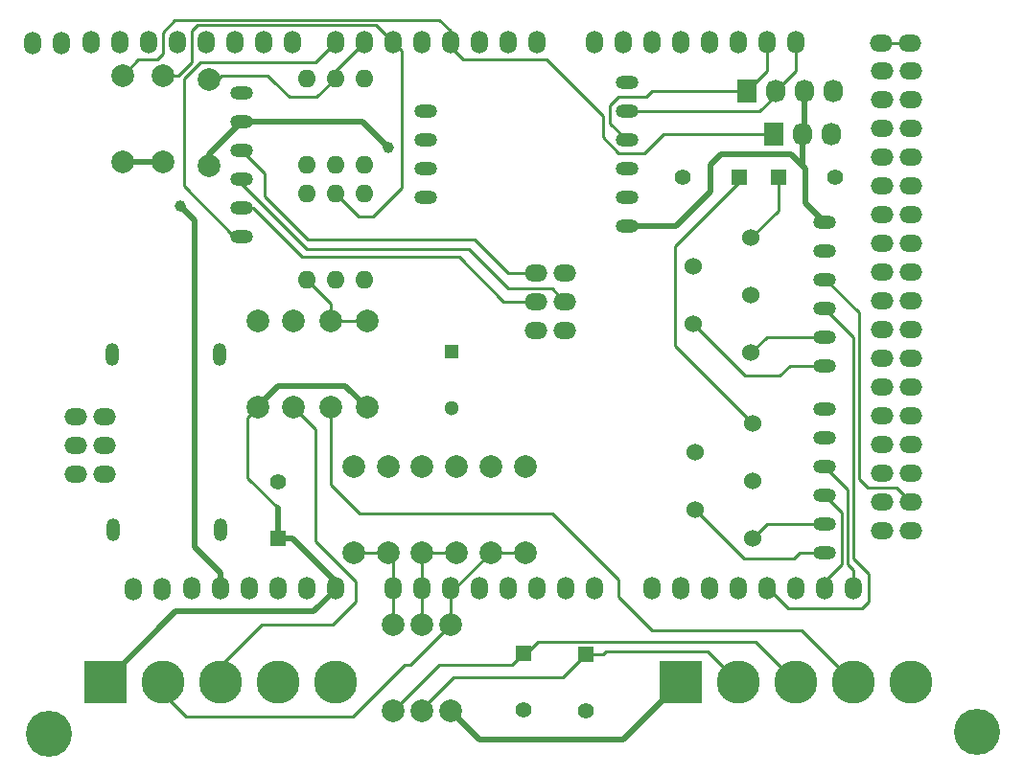
<source format=gtl>
G04 #@! TF.FileFunction,Copper,L1,Top,Signal*
%FSLAX46Y46*%
G04 Gerber Fmt 4.6, Leading zero omitted, Abs format (unit mm)*
G04 Created by KiCad (PCBNEW 4.0.6) date Thursday, 23 November 2017 'AMt' 10:57:14*
%MOMM*%
%LPD*%
G01*
G04 APERTURE LIST*
%ADD10C,0.100000*%
%ADD11R,1.300000X1.300000*%
%ADD12C,1.300000*%
%ADD13R,1.400000X1.400000*%
%ADD14C,1.400000*%
%ADD15O,1.600000X1.600000*%
%ADD16C,3.810000*%
%ADD17R,3.810000X3.810000*%
%ADD18C,1.524000*%
%ADD19C,1.998980*%
%ADD20O,2.000000X1.200000*%
%ADD21C,4.064000*%
%ADD22O,1.200000X2.000000*%
%ADD23O,2.000000X1.500000*%
%ADD24O,1.500000X2.000000*%
%ADD25O,2.000000X1.524000*%
%ADD26O,1.524000X2.000000*%
%ADD27R,1.727200X2.032000*%
%ADD28O,1.727200X2.032000*%
%ADD29C,1.000000*%
%ADD30C,0.500000*%
%ADD31C,0.250000*%
G04 APERTURE END LIST*
D10*
D11*
X129667000Y-77470000D03*
D12*
X129667000Y-82470000D03*
D13*
X114300000Y-93980000D03*
D14*
X114300000Y-88980000D03*
D13*
X158496000Y-62103000D03*
D14*
X163496000Y-62103000D03*
D13*
X155067000Y-62103000D03*
D14*
X150067000Y-62103000D03*
D15*
X116840000Y-71120000D03*
X119380000Y-71120000D03*
X121920000Y-71120000D03*
X121920000Y-63500000D03*
X119380000Y-63500000D03*
X116840000Y-63500000D03*
X116840000Y-60960000D03*
X119380000Y-60960000D03*
X121920000Y-60960000D03*
X121920000Y-53340000D03*
X119380000Y-53340000D03*
X116840000Y-53340000D03*
D16*
X154940000Y-106680000D03*
X160020000Y-106680000D03*
D17*
X149860000Y-106680000D03*
D16*
X165100000Y-106680000D03*
X170180000Y-106680000D03*
X104140000Y-106680000D03*
X109220000Y-106680000D03*
D17*
X99060000Y-106680000D03*
D16*
X114300000Y-106680000D03*
X119380000Y-106680000D03*
D18*
X156210000Y-93980000D03*
X151130000Y-91440000D03*
X156210000Y-88900000D03*
X151130000Y-86360000D03*
X156210000Y-83820000D03*
X156083000Y-77597000D03*
X151003000Y-75057000D03*
X156083000Y-72517000D03*
X151003000Y-69977000D03*
X156083000Y-67437000D03*
D19*
X129540000Y-101600000D03*
X129540000Y-109220000D03*
X133096000Y-87630000D03*
X133096000Y-95250000D03*
X127000000Y-101600000D03*
X127000000Y-109220000D03*
X127000000Y-87630000D03*
X127000000Y-95250000D03*
X124460000Y-101600000D03*
X124460000Y-109220000D03*
X124079000Y-87630000D03*
X124079000Y-95250000D03*
X118999000Y-74803000D03*
X118999000Y-82423000D03*
X115697000Y-74803000D03*
X115697000Y-82423000D03*
X104140000Y-60706000D03*
X104140000Y-53086000D03*
X108204000Y-61087000D03*
X108204000Y-53467000D03*
D20*
X111090000Y-54600000D03*
X111090000Y-57140000D03*
X111090000Y-59680000D03*
X111090000Y-62220000D03*
X111090000Y-64760000D03*
X111090000Y-67300000D03*
X162560000Y-95250000D03*
X162560000Y-92710000D03*
X162560000Y-90170000D03*
X162560000Y-87630000D03*
X162560000Y-85090000D03*
X162560000Y-82550000D03*
X162560000Y-78740000D03*
X162560000Y-76200000D03*
X162560000Y-73660000D03*
X162560000Y-71120000D03*
X162560000Y-68580000D03*
X162560000Y-66040000D03*
D19*
X136144000Y-87630000D03*
X136144000Y-95250000D03*
X130048000Y-87630000D03*
X130048000Y-95250000D03*
X121031000Y-87630000D03*
X121031000Y-95250000D03*
D13*
X141478000Y-104267000D03*
D14*
X141478000Y-109267000D03*
D13*
X136017000Y-104140000D03*
D14*
X136017000Y-109140000D03*
D19*
X122174000Y-74803000D03*
X122174000Y-82423000D03*
X112522000Y-74803000D03*
X112522000Y-82423000D03*
D21*
X94107000Y-111252000D03*
X176022000Y-111125000D03*
D22*
X99695000Y-77718000D03*
X109195000Y-77718000D03*
X99740000Y-93238000D03*
X109265000Y-93238000D03*
D20*
X145126000Y-53711000D03*
X127346000Y-56251000D03*
X127346000Y-58791000D03*
X127346000Y-61331000D03*
X127346000Y-63871000D03*
X145126000Y-56251000D03*
X145126000Y-58791000D03*
X145126000Y-61331000D03*
X145126000Y-63871000D03*
X145126000Y-66411000D03*
D23*
X170180000Y-93345000D03*
X170180000Y-90805000D03*
X170180000Y-88265000D03*
X170180000Y-85725000D03*
X170180000Y-83185000D03*
X170180000Y-80645000D03*
X170180000Y-78105000D03*
X170180000Y-57785000D03*
X170180000Y-60325000D03*
X170180000Y-62865000D03*
X170180000Y-65405000D03*
X170180000Y-67945000D03*
X170180000Y-70485000D03*
X170180000Y-73025000D03*
X170180000Y-75565000D03*
X170180000Y-55245000D03*
X170180000Y-52705000D03*
X167640000Y-52705000D03*
X167640000Y-55245000D03*
X167640000Y-75565000D03*
X167640000Y-73025000D03*
X167640000Y-70485000D03*
X167640000Y-67945000D03*
X167640000Y-65405000D03*
X167640000Y-62865000D03*
X167640000Y-60325000D03*
X167640000Y-57785000D03*
X167640000Y-78105000D03*
X167640000Y-80645000D03*
X167640000Y-83185000D03*
X167640000Y-85725000D03*
X167640000Y-88265000D03*
X167640000Y-90805000D03*
X167640000Y-93345000D03*
D24*
X97790000Y-50165000D03*
X100330000Y-50165000D03*
X102870000Y-50165000D03*
X106680000Y-98425000D03*
X105410000Y-50165000D03*
X109220000Y-98425000D03*
X107950000Y-50165000D03*
X111760000Y-98425000D03*
X110490000Y-50165000D03*
X114300000Y-98425000D03*
X113030000Y-50165000D03*
X116840000Y-98425000D03*
X115570000Y-50165000D03*
X119380000Y-98425000D03*
X119380000Y-50165000D03*
X124460000Y-98425000D03*
X121920000Y-50165000D03*
X127000000Y-98425000D03*
X124460000Y-50165000D03*
X129540000Y-98425000D03*
X127000000Y-50165000D03*
X132080000Y-98425000D03*
X129540000Y-50165000D03*
X134620000Y-98425000D03*
X132080000Y-50165000D03*
X137160000Y-98425000D03*
X134620000Y-50165000D03*
X139700000Y-98425000D03*
X137160000Y-50165000D03*
X142240000Y-98425000D03*
X142240000Y-50165000D03*
X147320000Y-98425000D03*
X144780000Y-50165000D03*
X149860000Y-98425000D03*
X147320000Y-50165000D03*
X152400000Y-98425000D03*
X149860000Y-50165000D03*
X154940000Y-98425000D03*
X152400000Y-50165000D03*
X157480000Y-98425000D03*
X154940000Y-50165000D03*
X160020000Y-98425000D03*
X157480000Y-50165000D03*
X162560000Y-98425000D03*
X160020000Y-50165000D03*
X165100000Y-98425000D03*
D25*
X139690000Y-70520000D03*
X137150000Y-70520000D03*
X137150000Y-73060000D03*
X139690000Y-73060000D03*
X137150000Y-75600000D03*
X139690000Y-75600000D03*
X99050000Y-88300000D03*
X96510000Y-88300000D03*
X96510000Y-85760000D03*
X99050000Y-85760000D03*
X99050000Y-83220000D03*
X96510000Y-83220000D03*
D26*
X95240000Y-50200000D03*
X92700000Y-50200000D03*
D25*
X167630000Y-50200000D03*
X170170000Y-50200000D03*
D24*
X104130000Y-98460000D03*
X101590000Y-98460000D03*
D27*
X158115000Y-58293000D03*
D28*
X160655000Y-58293000D03*
X163195000Y-58293000D03*
D27*
X155702000Y-54483000D03*
D28*
X158242000Y-54483000D03*
X160782000Y-54483000D03*
X163322000Y-54483000D03*
D19*
X100584000Y-53086000D03*
X100584000Y-60706000D03*
D29*
X124079000Y-59436000D03*
X105664000Y-64643000D03*
D30*
X109210000Y-93380000D02*
X109255000Y-93380000D01*
X129540000Y-109220000D02*
X132080000Y-111760000D01*
X144780000Y-111760000D02*
X149860000Y-106680000D01*
X132080000Y-111760000D02*
X144780000Y-111760000D01*
X112522000Y-82423000D02*
X112522000Y-82296000D01*
X112522000Y-82296000D02*
X114300000Y-80518000D01*
X120269000Y-80518000D02*
X122174000Y-82423000D01*
X114300000Y-80518000D02*
X120269000Y-80518000D01*
X114300000Y-93980000D02*
X114300000Y-91313000D01*
D31*
X111633000Y-83312000D02*
X112522000Y-82423000D01*
X111633000Y-88646000D02*
X111633000Y-83312000D01*
X114300000Y-91313000D02*
X111633000Y-88646000D01*
D30*
X119380000Y-98425000D02*
X119380000Y-98552000D01*
X119380000Y-98552000D02*
X117475000Y-100457000D01*
X105283000Y-100457000D02*
X99060000Y-106680000D01*
X117475000Y-100457000D02*
X105283000Y-100457000D01*
X119380000Y-98425000D02*
X119380000Y-97790000D01*
X119380000Y-97790000D02*
X115570000Y-93980000D01*
X115570000Y-93980000D02*
X114300000Y-93980000D01*
D31*
X158496000Y-62103000D02*
X158496000Y-65024000D01*
X158496000Y-65024000D02*
X156083000Y-67437000D01*
X155067000Y-62103000D02*
X155067000Y-62484000D01*
X155067000Y-62484000D02*
X149352000Y-68199000D01*
X149352000Y-68199000D02*
X149352000Y-76962000D01*
X149352000Y-76962000D02*
X156210000Y-83820000D01*
X156210000Y-83820000D02*
X156210000Y-84328000D01*
X129540000Y-98425000D02*
X129921000Y-98425000D01*
X129921000Y-98425000D02*
X133096000Y-95250000D01*
X133096000Y-95250000D02*
X136144000Y-95250000D01*
X129540000Y-98425000D02*
X129540000Y-97790000D01*
X129540000Y-101600000D02*
X129540000Y-98425000D01*
X104140000Y-106680000D02*
X104140000Y-107696000D01*
X104140000Y-107696000D02*
X106172000Y-109728000D01*
X106172000Y-109728000D02*
X120904000Y-109728000D01*
X120904000Y-109728000D02*
X125476000Y-105156000D01*
X125476000Y-105156000D02*
X125984000Y-105156000D01*
X125984000Y-105156000D02*
X129540000Y-101600000D01*
X127000000Y-98425000D02*
X127000000Y-95250000D01*
X127000000Y-95250000D02*
X130048000Y-95250000D01*
X127000000Y-95250000D02*
X127000520Y-95250520D01*
X127000000Y-101600000D02*
X127000000Y-98425000D01*
X124460000Y-98425000D02*
X124460000Y-95631000D01*
X124460000Y-95631000D02*
X124079000Y-95250000D01*
X124079000Y-95250000D02*
X121031000Y-95250000D01*
X121923060Y-95250000D02*
X121922540Y-95250520D01*
X124460000Y-101600000D02*
X124460000Y-98425000D01*
X118999000Y-74803000D02*
X118999000Y-73279000D01*
X118999000Y-73279000D02*
X116840000Y-71120000D01*
X122174000Y-74803000D02*
X118999000Y-74803000D01*
X118110000Y-74930000D02*
X118110000Y-74803000D01*
X119380000Y-63500000D02*
X121412000Y-65532000D01*
X125222000Y-60706000D02*
X125222000Y-50927000D01*
X125222000Y-50927000D02*
X124460000Y-50165000D01*
X125222000Y-62992000D02*
X125222000Y-60706000D01*
X122682000Y-65532000D02*
X125222000Y-62992000D01*
X121412000Y-65532000D02*
X122682000Y-65532000D01*
X104140000Y-53086000D02*
X105537000Y-53086000D01*
X122936000Y-48641000D02*
X124460000Y-50165000D01*
X107188000Y-48641000D02*
X122936000Y-48641000D01*
X106680000Y-49149000D02*
X107188000Y-48641000D01*
X106680000Y-51943000D02*
X106680000Y-49149000D01*
X105537000Y-53086000D02*
X106680000Y-51943000D01*
X119380000Y-63500000D02*
X119761000Y-63500000D01*
X119380000Y-63500000D02*
X119380000Y-63373000D01*
X116840000Y-60960000D02*
X116459000Y-60960000D01*
X108204000Y-53467000D02*
X108966000Y-53467000D01*
X108966000Y-53467000D02*
X109347000Y-53086000D01*
X109347000Y-53086000D02*
X113411000Y-53086000D01*
X113411000Y-53086000D02*
X113919000Y-53594000D01*
X117729000Y-54991000D02*
X119380000Y-53340000D01*
X115316000Y-54991000D02*
X117729000Y-54991000D01*
X113792000Y-53467000D02*
X113919000Y-53594000D01*
X113919000Y-53594000D02*
X115316000Y-54991000D01*
X119380000Y-53467000D02*
X119380000Y-53340000D01*
X119380000Y-53340000D02*
X119380000Y-52705000D01*
X119380000Y-52705000D02*
X121920000Y-50165000D01*
X141478000Y-104267000D02*
X143002000Y-104267000D01*
X152273000Y-104013000D02*
X154940000Y-106680000D01*
X143256000Y-104013000D02*
X152273000Y-104013000D01*
X143002000Y-104267000D02*
X143256000Y-104013000D01*
X127000000Y-109220000D02*
X127000000Y-109093000D01*
X127000000Y-109093000D02*
X129794000Y-106299000D01*
X139446000Y-106299000D02*
X141478000Y-104267000D01*
X129794000Y-106299000D02*
X139446000Y-106299000D01*
X127000000Y-109220000D02*
X127000000Y-109601000D01*
X154940000Y-107823000D02*
X154940000Y-106680000D01*
X136017000Y-104140000D02*
X136271000Y-104140000D01*
X136271000Y-104140000D02*
X137287000Y-103124000D01*
X156464000Y-103124000D02*
X160020000Y-106680000D01*
X137287000Y-103124000D02*
X156464000Y-103124000D01*
X124460000Y-109220000D02*
X128524000Y-105156000D01*
X135001000Y-105156000D02*
X136017000Y-104140000D01*
X128524000Y-105156000D02*
X135001000Y-105156000D01*
X124460000Y-109220000D02*
X124460000Y-109474000D01*
X165100000Y-106680000D02*
X161671000Y-103251000D01*
X144399000Y-99187000D02*
X144399000Y-97663000D01*
X144399000Y-97663000D02*
X138557000Y-91821000D01*
X138557000Y-91821000D02*
X121539000Y-91821000D01*
X121539000Y-91821000D02*
X118999000Y-89281000D01*
X118999000Y-89281000D02*
X118999000Y-82423000D01*
X147320000Y-102108000D02*
X144399000Y-99187000D01*
X160528000Y-102108000D02*
X147320000Y-102108000D01*
X161671000Y-103251000D02*
X160528000Y-102108000D01*
X165100000Y-106680000D02*
X165100000Y-105791000D01*
X165100000Y-106680000D02*
X164719000Y-106680000D01*
X109220000Y-106680000D02*
X109220000Y-105283000D01*
X109220000Y-105283000D02*
X112903000Y-101600000D01*
X117602000Y-84328000D02*
X115697000Y-82423000D01*
X117602000Y-94234000D02*
X117602000Y-84328000D01*
X121158000Y-97790000D02*
X117602000Y-94234000D01*
X121158000Y-99568000D02*
X121158000Y-97790000D01*
X119126000Y-101600000D02*
X121158000Y-99568000D01*
X112903000Y-101600000D02*
X119126000Y-101600000D01*
X109220000Y-106680000D02*
X109474000Y-106680000D01*
X162560000Y-92710000D02*
X157480000Y-92710000D01*
X157480000Y-92710000D02*
X156210000Y-93980000D01*
X162560000Y-95250000D02*
X160401000Y-95250000D01*
X155448000Y-95758000D02*
X151130000Y-91440000D01*
X159893000Y-95758000D02*
X155448000Y-95758000D01*
X160401000Y-95250000D02*
X159893000Y-95758000D01*
X162560000Y-76200000D02*
X157480000Y-76200000D01*
X157480000Y-76200000D02*
X156083000Y-77597000D01*
X162560000Y-78740000D02*
X159512000Y-78740000D01*
X155575000Y-79629000D02*
X151003000Y-75057000D01*
X158623000Y-79629000D02*
X155575000Y-79629000D01*
X159512000Y-78740000D02*
X158623000Y-79629000D01*
D30*
X160655000Y-58293000D02*
X160655000Y-61087000D01*
X160655000Y-61087000D02*
X160909000Y-61341000D01*
X160782000Y-54483000D02*
X160782000Y-58166000D01*
X160782000Y-58166000D02*
X160655000Y-58293000D01*
X104140000Y-60706000D02*
X100584000Y-60706000D01*
X145126000Y-66411000D02*
X149469000Y-66411000D01*
X149469000Y-66411000D02*
X149850000Y-66030000D01*
X159639000Y-60071000D02*
X160909000Y-61341000D01*
X153416000Y-60071000D02*
X159639000Y-60071000D01*
X152527000Y-60960000D02*
X153416000Y-60071000D01*
X152527000Y-63353000D02*
X152527000Y-60960000D01*
X149850000Y-66030000D02*
X152527000Y-63353000D01*
X160909000Y-61341000D02*
X160909000Y-64389000D01*
X160909000Y-64389000D02*
X162560000Y-66040000D01*
X121783000Y-57140000D02*
X124079000Y-59436000D01*
X111090000Y-57140000D02*
X121783000Y-57140000D01*
X109220000Y-97028000D02*
X109220000Y-98425000D01*
X106934000Y-94742000D02*
X109220000Y-97028000D01*
X106934000Y-65913000D02*
X106934000Y-94742000D01*
X105664000Y-64643000D02*
X106934000Y-65913000D01*
X108204000Y-61087000D02*
X108204000Y-60026000D01*
X108204000Y-60026000D02*
X111090000Y-57140000D01*
X162550000Y-66030000D02*
X162560000Y-66040000D01*
D31*
X162560000Y-71120000D02*
X162687000Y-71120000D01*
X162687000Y-71120000D02*
X165608000Y-74041000D01*
X165608000Y-74041000D02*
X165608000Y-88773000D01*
X165608000Y-88773000D02*
X166370000Y-89535000D01*
X166370000Y-89535000D02*
X168910000Y-89535000D01*
X168910000Y-89535000D02*
X170180000Y-90805000D01*
X167630000Y-50200000D02*
X170170000Y-50200000D01*
X111090000Y-67300000D02*
X110480000Y-67300000D01*
X110480000Y-67300000D02*
X106045000Y-62865000D01*
X106045000Y-62865000D02*
X106045000Y-53340000D01*
X106045000Y-53340000D02*
X107442000Y-51943000D01*
X107442000Y-51943000D02*
X117602000Y-51943000D01*
X117602000Y-51943000D02*
X119380000Y-50165000D01*
X155702000Y-54483000D02*
X147320000Y-54483000D01*
X143637000Y-57302000D02*
X145126000Y-58791000D01*
X143637000Y-55753000D02*
X143637000Y-57302000D01*
X144399000Y-54991000D02*
X143637000Y-55753000D01*
X146812000Y-54991000D02*
X144399000Y-54991000D01*
X147320000Y-54483000D02*
X146812000Y-54991000D01*
X157480000Y-50165000D02*
X157480000Y-52705000D01*
X157480000Y-52705000D02*
X155702000Y-54483000D01*
X162560000Y-98425000D02*
X162560000Y-97790000D01*
X162560000Y-97790000D02*
X164084000Y-96266000D01*
X164084000Y-96266000D02*
X164084000Y-91694000D01*
X164084000Y-91694000D02*
X162560000Y-90170000D01*
X160020000Y-50165000D02*
X160020000Y-52705000D01*
X160020000Y-52705000D02*
X158242000Y-54483000D01*
X158242000Y-54483000D02*
X158242000Y-54864000D01*
X158242000Y-54864000D02*
X156855000Y-56251000D01*
X156855000Y-56251000D02*
X145126000Y-56251000D01*
X165100000Y-98425000D02*
X165100000Y-96774000D01*
X164592000Y-89662000D02*
X162560000Y-87630000D01*
X164592000Y-96266000D02*
X164592000Y-89662000D01*
X165100000Y-96774000D02*
X164592000Y-96266000D01*
X111090000Y-59680000D02*
X111115000Y-59680000D01*
X111115000Y-59680000D02*
X113157000Y-61722000D01*
X134655000Y-70520000D02*
X137150000Y-70520000D01*
X131699000Y-67564000D02*
X134655000Y-70520000D01*
X116967000Y-67564000D02*
X131699000Y-67564000D01*
X113157000Y-63754000D02*
X116967000Y-67564000D01*
X113157000Y-61722000D02*
X113157000Y-63754000D01*
X111090000Y-64760000D02*
X112131000Y-64760000D01*
X134274000Y-73060000D02*
X137150000Y-73060000D01*
X130302000Y-69088000D02*
X134274000Y-73060000D01*
X116459000Y-69088000D02*
X130302000Y-69088000D01*
X112131000Y-64760000D02*
X116459000Y-69088000D01*
X111090000Y-62220000D02*
X111090000Y-62703000D01*
X111090000Y-62703000D02*
X116840000Y-68453000D01*
X138512000Y-71882000D02*
X139690000Y-73060000D01*
X134620000Y-71882000D02*
X138512000Y-71882000D01*
X131191000Y-68453000D02*
X134620000Y-71882000D01*
X116840000Y-68453000D02*
X131191000Y-68453000D01*
X157480000Y-98425000D02*
X157607000Y-98425000D01*
X157607000Y-98425000D02*
X159385000Y-100203000D01*
X165100000Y-76200000D02*
X162560000Y-73660000D01*
X165100000Y-95758000D02*
X165100000Y-76200000D01*
X166497000Y-97155000D02*
X165100000Y-95758000D01*
X166497000Y-99568000D02*
X166497000Y-97155000D01*
X165862000Y-100203000D02*
X166497000Y-99568000D01*
X159385000Y-100203000D02*
X165862000Y-100203000D01*
X129540000Y-50165000D02*
X129540000Y-50546000D01*
X129540000Y-50546000D02*
X130683000Y-51689000D01*
X148336000Y-58293000D02*
X158115000Y-58293000D01*
X146685000Y-59944000D02*
X148336000Y-58293000D01*
X144399000Y-59944000D02*
X146685000Y-59944000D01*
X143002000Y-58547000D02*
X144399000Y-59944000D01*
X143002000Y-56642000D02*
X143002000Y-58547000D01*
X138049000Y-51689000D02*
X143002000Y-56642000D01*
X130683000Y-51689000D02*
X138049000Y-51689000D01*
X100584000Y-53086000D02*
X101981000Y-51689000D01*
X129540000Y-49149000D02*
X129540000Y-50165000D01*
X128581998Y-48190998D02*
X129540000Y-49149000D01*
X105225002Y-48190998D02*
X128581998Y-48190998D01*
X104140000Y-49276000D02*
X105225002Y-48190998D01*
X104140000Y-51181000D02*
X104140000Y-49276000D01*
X103632000Y-51689000D02*
X104140000Y-51181000D01*
X101981000Y-51689000D02*
X103632000Y-51689000D01*
M02*

</source>
